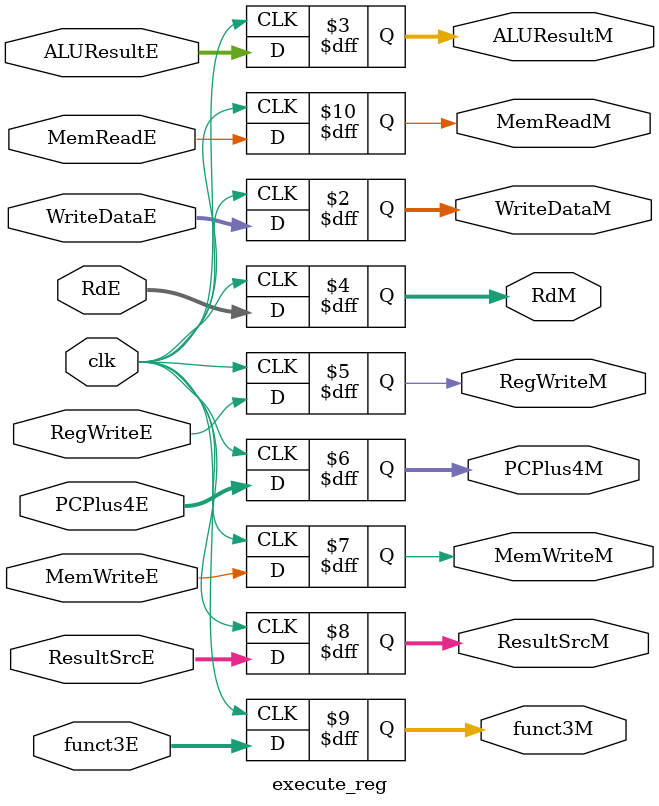
<source format=sv>
module execute_reg #(
    parameter  DATA_WIDTH = 32
) (
    input  logic                    clk,
    input  logic [DATA_WIDTH-1:0]   ALUResultE,
    input  logic [DATA_WIDTH-1:0]   WriteDataE,
    input  logic [11:7]             RdE,
    input  logic                    RegWriteE,
    input  logic [DATA_WIDTH-1:0]   PCPlus4E,
    input  logic                    MemWriteE,
    input  logic [1:0]              ResultSrcE,
    input  logic [14:12]            funct3E,
    input  logic                    MemReadE,

    output logic [DATA_WIDTH-1:0]   WriteDataM,    
    output logic [DATA_WIDTH-1:0]   ALUResultM,
    output logic [11:7]             RdM,
    output logic                    RegWriteM,
    output logic [DATA_WIDTH-1:0]   PCPlus4M,
    output logic                    MemWriteM,
    output logic [1:0]              ResultSrcM,
    output logic [14:12]            funct3M,
    output logic                    MemReadM
);
    always_ff @(posedge clk) begin
            ALUResultM <= ALUResultE;
            WriteDataM <= WriteDataE;
            RdM <= RdE;
            RegWriteM <= RegWriteE;
            PCPlus4M <= PCPlus4E;
            MemWriteM <= MemWriteE;
            ResultSrcM <= ResultSrcE;
            funct3M <= funct3E;
            MemReadM <= MemReadE;   
    end
endmodule

</source>
